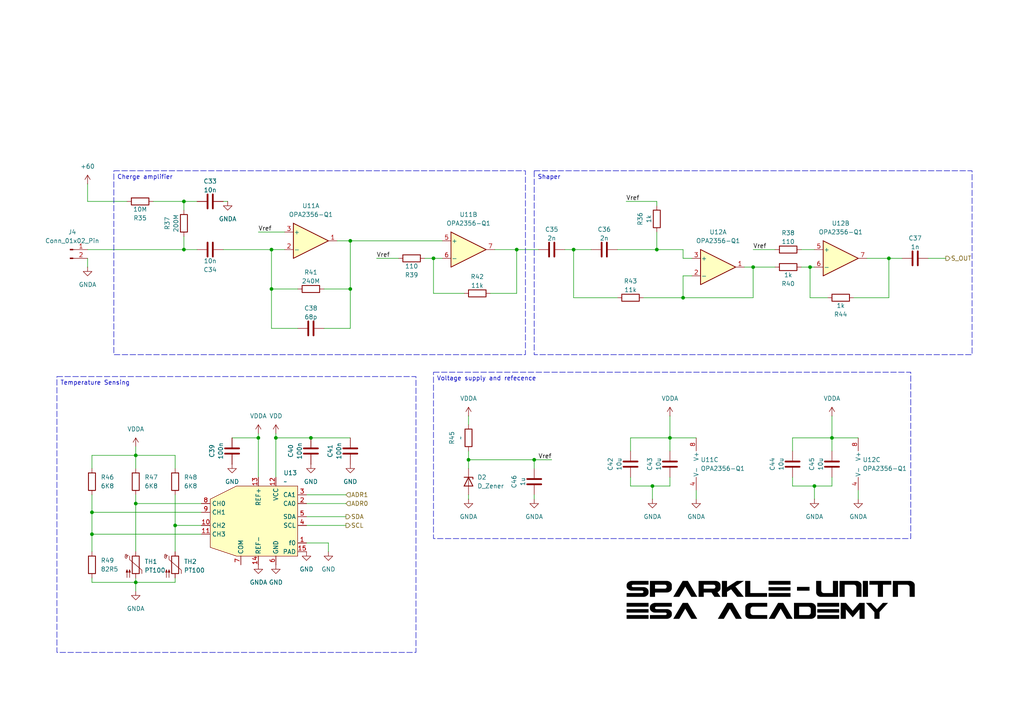
<source format=kicad_sch>
(kicad_sch (version 20231120) (generator "eeschema") (generator_version "8.0")
  (paper "A4")
  (title_block (title "Front-end Electronics for Silicon Detector") (date "2024-10-17") (rev "1.0"))
  (lib_symbols
    (symbol "Amplifier_Operational:OPA2356xxD" (pin_names (offset 0.127))
      (property "Reference" "U" (at 0 5.08 0))
      (property "Value" "OPA2356xxD" (at 0 -5.08 0))
      (symbol "OPA2356xxD_1_1"
        (polyline (pts (xy -5.08 5.08) (xy 5.08 0) (xy -5.08 -5.08) (xy -5.08 5.08)) (stroke (width 0.254)) (fill (type background)))
        (pin output line (at 7.62 0 180) (length 2.54) (name "~") (number "1"))
        (pin input line (at -7.62 -2.54 0) (length 2.54) (name "-") (number "2"))
        (pin input line (at -7.62 2.54 0) (length 2.54) (name "+") (number "3"))
      )
      (symbol "OPA2356xxD_2_1"
        (polyline (pts (xy -5.08 5.08) (xy 5.08 0) (xy -5.08 -5.08) (xy -5.08 5.08)) (stroke (width 0.254)) (fill (type background)))
        (pin input line (at -7.62 2.54 0) (length 2.54) (name "+") (number "5"))
        (pin input line (at -7.62 -2.54 0) (length 2.54) (name "-") (number "6"))
        (pin output line (at 7.62 0 180) (length 2.54) (name "~") (number "7"))
      )
      (symbol "OPA2356xxD_3_1"
        (pin power_in line (at -2.54 -7.62 90) (length 3.81) (name "V-") (number "4"))
        (pin power_in line (at -2.54 7.62 270) (length 3.81) (name "V+") (number "8"))
      )
    )
    (symbol "Connector:Conn_01x02_Pin" (pin_names (offset 1.016) hide)
      (property "Reference" "J" (at 0 2.54 0))
      (property "Value" "Conn_01x02_Pin" (at 0 -5.08 0))
      (symbol "Conn_01x02_Pin_1_1"
        (polyline (pts (xy 1.27 -2.54) (xy 0.8636 -2.54)) (stroke (width 0.1524)))
        (polyline (pts (xy 1.27 0) (xy 0.8636 0)) (stroke (width 0.1524)))
        (rectangle (start 0.8636 -2.413) (end 0 -2.667) (stroke (width 0.1524)) (fill (type outline)))
        (rectangle (start 0.8636 0.127) (end 0 -0.127) (stroke (width 0.1524)) (fill (type outline)))
        (pin passive line (at 5.08 0 180) (length 3.81) (name "Pin_1") (number "1"))
        (pin passive line (at 5.08 -2.54 180) (length 3.81) (name "Pin_2") (number "2"))
      )
    )
    (symbol "Device:C" (pin_numbers hide) (pin_names (offset 0.254))
      (property "Reference" "C" (at 0.635 2.54 0))
      (property "Value" "C" (at 0.635 -2.54 0))
      (symbol "C_0_1"
        (polyline (pts (xy -2.032 -0.762) (xy 2.032 -0.762)) (stroke (width 0.508)))
        (polyline (pts (xy -2.032 0.762) (xy 2.032 0.762)) (stroke (width 0.508)))
      )
      (symbol "C_1_1"
        (pin passive line (at 0 3.81 270) (length 2.794) (name "~") (number "1"))
        (pin passive line (at 0 -3.81 90) (length 2.794) (name "~") (number "2"))
      )
    )
    (symbol "Device:D_Zener" (pin_numbers hide) (pin_names (offset 1.016) hide)
      (property "Reference" "D" (at 0 2.54 0))
      (property "Value" "D_Zener" (at 0 -2.54 0))
      (symbol "D_Zener_0_1"
        (polyline (pts (xy 1.27 0) (xy -1.27 0)))
        (polyline (pts (xy -1.27 -1.27) (xy -1.27 1.27) (xy -0.762 1.27)) (stroke (width 0.254)))
        (polyline (pts (xy 1.27 -1.27) (xy 1.27 1.27) (xy -1.27 0) (xy 1.27 -1.27)) (stroke (width 0.254)))
      )
      (symbol "D_Zener_1_1"
        (pin passive line (at -3.81 0 0) (length 2.54) (name "K") (number "1"))
        (pin passive line (at 3.81 0 180) (length 2.54) (name "A") (number "2"))
      )
    )
    (symbol "Device:R" (pin_numbers hide) (pin_names (offset 0))
      (property "Reference" "R" (at 2.032 0 90))
      (property "Value" "R" (at 0 0 90))
      (symbol "R_0_1"
        (rectangle (start -1.016 -2.54) (end 1.016 2.54) (stroke (width 0.254)))
      )
      (symbol "R_1_1"
        (pin passive line (at 0 3.81 270) (length 1.27) (name "~") (number "1"))
        (pin passive line (at 0 -3.81 90) (length 1.27) (name "~") (number "2"))
      )
    )
    (symbol "SPaRKLE-Symbols:LTC2487"
      (property "Reference" "U" (at 0 0 0))
      (symbol "LTC2487_1_1"
        (polyline (pts (xy 0 -2.54) (xy 17.78 -2.54) (xy 17.78 -22.86) (xy 0 -22.86) (xy -7.62 -20.32) (xy -7.62 -12.7) (xy -7.62 -6.35) (xy 0 -2.54)) (fill (type background)))
        (pin power_out line (at 20.32 -19.05 180) (length 2.54) (name "f0") (number "1"))
        (pin input line (at -10.16 -13.97 0) (length 2.54) (name "CH2") (number "10"))
        (pin input line (at -10.16 -16.51 0) (length 2.54) (name "CH3") (number "11"))
        (pin input line (at 11.43 0 270) (length 2.54) (name "VCC") (number "12"))
        (pin input line (at 6.35 0 270) (length 2.54) (name "REF+") (number "13"))
        (pin input line (at 6.35 -25.4 90) (length 2.54) (name "REF-") (number "14"))
        (pin input line (at 20.32 -21.59 180) (length 2.54) (name "PAD") (number "15"))
        (pin input line (at 20.32 -7.62 180) (length 2.54) (name "CA0") (number "2"))
        (pin input line (at 20.32 -5.08 180) (length 2.54) (name "CA1") (number "3"))
        (pin input line (at 20.32 -13.97 180) (length 2.54) (name "SCL") (number "4"))
        (pin input line (at 20.32 -11.43 180) (length 2.54) (name "SDA") (number "5"))
        (pin input line (at 11.43 -25.4 90) (length 2.54) (name "GND") (number "6"))
        (pin input line (at 1.27 -25.4 90) (length 2.54) (name "COM") (number "7"))
        (pin input line (at -10.16 -7.62 0) (length 2.54) (name "CH0") (number "8"))
        (pin input line (at -10.16 -10.16 0) (length 2.54) (name "CH1") (number "9"))
      )
    )
    (symbol "Sensor_Temperature:PT100" (pin_numbers hide) (pin_names (offset 0))
      (property "Reference" "TH" (at -4.445 0 90))
      (property "Value" "PT100" (at 3.175 0 90))
      (symbol "PT100_0_1"
        (arc (start -3.048 2.159) (mid -3.0495 2.3143) (end -3.175 2.413))
        (arc (start -3.048 2.159) (mid -2.9736 1.9794) (end -2.794 1.905))
        (arc (start -3.048 2.794) (mid -2.9736 2.6144) (end -2.794 2.54))
        (arc (start -2.794 1.905) (mid -2.6144 1.9794) (end -2.54 2.159))
        (arc (start -2.794 2.54) (mid -2.4393 2.5587) (end -2.159 2.794))
        (arc (start -2.794 3.048) (mid -2.9736 2.9736) (end -3.048 2.794))
        (arc (start -2.54 2.794) (mid -2.6144 2.9736) (end -2.794 3.048))
        (rectangle (start -1.016 2.54) (end 1.016 -2.54) (stroke (width 0.254)))
        (polyline (pts (xy -2.54 2.159) (xy -2.54 2.794)))
        (polyline (pts (xy -1.778 2.54) (xy -1.778 1.524) (xy 1.778 -1.524) (xy 1.778 -2.54)))
        (polyline (pts (xy -2.54 -3.683) (xy -2.54 -1.397) (xy -2.794 -2.159) (xy -2.286 -2.159) (xy -2.54 -1.397) (xy -2.54 -1.651)) (fill (type outline)))
        (polyline (pts (xy -1.778 -3.683) (xy -1.778 -1.397) (xy -2.032 -2.159) (xy -1.524 -2.159) (xy -1.778 -1.397) (xy -1.778 -1.651)) (fill (type outline)))
      )
      (symbol "PT100_1_1"
        (pin passive line (at 0 3.81 270) (length 1.27) (name "~") (number "1"))
        (pin passive line (at 0 -3.81 90) (length 1.27) (name "~") (number "2"))
      )
    )
    (symbol "power:+36V" (power) (pin_numbers hide) (pin_names (offset 0) hide)
      (property "Value" "+36V" (at 0 3.556 0))
      (symbol "+36V_0_1"
        (polyline (pts (xy -0.762 1.27) (xy 0 2.54)))
        (polyline (pts (xy 0 0) (xy 0 2.54)))
        (polyline (pts (xy 0 2.54) (xy 0.762 1.27)))
      )
      (symbol "+36V_1_1"
        (pin power_in line (at 0 0 90) (length 0) (name "~") (number "1"))
      )
    )
    (symbol "power:GND" (power) (pin_numbers hide) (pin_names (offset 0) hide)
      (property "Value" "GND" (at 0 -3.81 0))
      (symbol "GND_0_1"
        (polyline (pts (xy 0 0) (xy 0 -1.27) (xy 1.27 -1.27) (xy 0 -2.54) (xy -1.27 -1.27) (xy 0 -1.27)))
      )
      (symbol "GND_1_1"
        (pin power_in line (at 0 0 270) (length 0) (name "~") (number "1"))
      )
    )
    (symbol "power:GNDA" (power) (pin_numbers hide) (pin_names (offset 0) hide)
      (property "Value" "GNDA" (at 0 -3.81 0))
      (symbol "GNDA_0_1"
        (polyline (pts (xy 0 0) (xy 0 -1.27) (xy 1.27 -1.27) (xy 0 -2.54) (xy -1.27 -1.27) (xy 0 -1.27)))
      )
      (symbol "GNDA_1_1"
        (pin power_in line (at 0 0 270) (length 0) (name "~") (number "1"))
      )
    )
    (symbol "power:VDD" (power) (pin_numbers hide) (pin_names (offset 0) hide)
      (property "Value" "VDD" (at 0 3.556 0))
      (symbol "VDD_0_1"
        (polyline (pts (xy -0.762 1.27) (xy 0 2.54)))
        (polyline (pts (xy 0 0) (xy 0 2.54)))
        (polyline (pts (xy 0 2.54) (xy 0.762 1.27)))
      )
      (symbol "VDD_1_1"
        (pin power_in line (at 0 0 90) (length 0) (name "~") (number "1"))
      )
    )
    (symbol "power:VDDA" (power) (pin_numbers hide) (pin_names (offset 0) hide)
      (property "Value" "VDDA" (at 0 3.556 0))
      (symbol "VDDA_0_1"
        (polyline (pts (xy -0.762 1.27) (xy 0 2.54)))
        (polyline (pts (xy 0 0) (xy 0 2.54)))
        (polyline (pts (xy 0 2.54) (xy 0.762 1.27)))
      )
      (symbol "VDDA_1_1"
        (pin power_in line (at 0 0 90) (length 0) (name "~") (number "1"))
      )
    )
  )
  (junction (at 78.74 83.82))
  (junction (at 149.86 72.39))
  (junction (at 101.6 69.85))
  (junction (at 198.12 86.36))
  (junction (at 257.81 74.93))
  (junction (at 26.67 154.94))
  (junction (at 80.01 127))
  (junction (at 234.95 77.47))
  (junction (at 241.3 127))
  (junction (at 190.5 72.39))
  (junction (at 53.34 58.42))
  (junction (at 101.6 83.82))
  (junction (at 78.74 72.39))
  (junction (at 166.37 72.39))
  (junction (at 39.37 146.05))
  (junction (at 90.17 127))
  (junction (at 53.34 72.39))
  (junction (at 236.22 140.97))
  (junction (at 74.93 127))
  (junction (at 135.89 133.35))
  (junction (at 39.37 168.91))
  (junction (at 39.37 132.08))
  (junction (at 50.8 152.4))
  (junction (at 194.31 127))
  (junction (at 189.23 140.97))
  (junction (at 154.94 133.35))
  (junction (at 26.67 148.59))
  (junction (at 125.73 74.93))
  (junction (at 218.44 77.47))
  (wire (pts (xy 241.3 120.65) (xy 241.3 127)))
  (wire (pts (xy 236.22 144.78) (xy 236.22 140.97)))
  (wire (pts (xy 166.37 86.36) (xy 166.37 72.39)))
  (wire (pts (xy 134.62 85.09) (xy 125.73 85.09)))
  (wire (pts (xy 39.37 132.08) (xy 50.8 132.08)))
  (wire (pts (xy 39.37 146.05) (xy 39.37 160.02)))
  (wire (pts (xy 53.34 58.42) (xy 57.15 58.42)))
  (wire (pts (xy 88.9 143.51) (xy 100.33 143.51)))
  (wire (pts (xy 257.81 74.93) (xy 261.62 74.93)))
  (wire (pts (xy 189.23 144.78) (xy 189.23 140.97)))
  (wire (pts (xy 182.88 140.97) (xy 189.23 140.97)))
  (wire (pts (xy 269.24 74.93) (xy 274.32 74.93)))
  (wire (pts (xy 163.83 72.39) (xy 166.37 72.39)))
  (wire (pts (xy 194.31 140.97) (xy 194.31 138.43)))
  (wire (pts (xy 26.67 154.94) (xy 58.42 154.94)))
  (wire (pts (xy 50.8 152.4) (xy 50.8 160.02)))
  (wire (pts (xy 154.94 133.35) (xy 160.02 133.35)))
  (wire (pts (xy 80.01 127) (xy 80.01 138.43)))
  (wire (pts (xy 194.31 130.81) (xy 194.31 127)))
  (wire (pts (xy 166.37 72.39) (xy 171.45 72.39)))
  (wire (pts (xy 190.5 67.31) (xy 190.5 72.39)))
  (wire (pts (xy 247.65 86.36) (xy 257.81 86.36)))
  (wire (pts (xy 234.95 86.36) (xy 234.95 77.47)))
  (wire (pts (xy 125.73 74.93) (xy 128.27 74.93)))
  (wire (pts (xy 241.3 140.97) (xy 241.3 138.43)))
  (wire (pts (xy 88.9 152.4) (xy 100.33 152.4)))
  (wire (pts (xy 26.67 168.91) (xy 39.37 168.91)))
  (wire (pts (xy 26.67 143.51) (xy 26.67 148.59)))
  (wire (pts (xy 149.86 72.39) (xy 156.21 72.39)))
  (wire (pts (xy 90.17 127) (xy 80.01 127)))
  (wire (pts (xy 135.89 133.35) (xy 135.89 135.89)))
  (wire (pts (xy 26.67 148.59) (xy 58.42 148.59)))
  (wire (pts (xy 101.6 69.85) (xy 128.27 69.85)))
  (wire (pts (xy 25.4 53.34) (xy 25.4 58.42)))
  (wire (pts (xy 50.8 152.4) (xy 58.42 152.4)))
  (wire (pts (xy 66.04 58.42) (xy 64.77 58.42)))
  (wire (pts (xy 26.67 148.59) (xy 26.67 154.94)))
  (wire (pts (xy 198.12 74.93) (xy 200.66 74.93)))
  (wire (pts (xy 218.44 72.39) (xy 224.79 72.39)))
  (wire (pts (xy 123.19 74.93) (xy 125.73 74.93)))
  (wire (pts (xy 135.89 120.65) (xy 135.89 123.19)))
  (wire (pts (xy 194.31 120.65) (xy 194.31 127)))
  (wire (pts (xy 101.6 83.82) (xy 101.6 95.25)))
  (wire (pts (xy 39.37 132.08) (xy 39.37 135.89)))
  (wire (pts (xy 78.74 72.39) (xy 82.55 72.39)))
  (wire (pts (xy 236.22 140.97) (xy 241.3 140.97)))
  (wire (pts (xy 149.86 85.09) (xy 142.24 85.09)))
  (wire (pts (xy 232.41 77.47) (xy 234.95 77.47)))
  (wire (pts (xy 229.87 138.43) (xy 229.87 140.97)))
  (wire (pts (xy 25.4 58.42) (xy 36.83 58.42)))
  (wire (pts (xy 190.5 59.69) (xy 190.5 58.42)))
  (wire (pts (xy 125.73 85.09) (xy 125.73 74.93)))
  (wire (pts (xy 181.61 58.42) (xy 190.5 58.42)))
  (wire (pts (xy 50.8 167.64) (xy 50.8 168.91)))
  (wire (pts (xy 182.88 127) (xy 194.31 127)))
  (wire (pts (xy 257.81 86.36) (xy 257.81 74.93)))
  (wire (pts (xy 179.07 86.36) (xy 166.37 86.36)))
  (wire (pts (xy 67.31 127) (xy 74.93 127)))
  (wire (pts (xy 64.77 72.39) (xy 78.74 72.39)))
  (wire (pts (xy 26.67 132.08) (xy 26.67 135.89)))
  (wire (pts (xy 154.94 133.35) (xy 154.94 135.89)))
  (wire (pts (xy 194.31 127) (xy 201.93 127)))
  (wire (pts (xy 154.94 144.78) (xy 154.94 143.51)))
  (wire (pts (xy 198.12 80.01) (xy 198.12 86.36)))
  (wire (pts (xy 53.34 72.39) (xy 57.15 72.39)))
  (wire (pts (xy 240.03 86.36) (xy 234.95 86.36)))
  (wire (pts (xy 218.44 77.47) (xy 224.79 77.47)))
  (wire (pts (xy 88.9 146.05) (xy 100.33 146.05)))
  (wire (pts (xy 80.01 125.73) (xy 80.01 127)))
  (wire (pts (xy 88.9 157.48) (xy 95.25 157.48)))
  (wire (pts (xy 198.12 74.93) (xy 198.12 72.39)))
  (wire (pts (xy 182.88 138.43) (xy 182.88 140.97)))
  (wire (pts (xy 78.74 83.82) (xy 86.36 83.82)))
  (wire (pts (xy 39.37 168.91) (xy 50.8 168.91)))
  (wire (pts (xy 39.37 167.64) (xy 39.37 168.91)))
  (wire (pts (xy 182.88 130.81) (xy 182.88 127)))
  (wire (pts (xy 135.89 130.81) (xy 135.89 133.35)))
  (wire (pts (xy 26.67 132.08) (xy 39.37 132.08)))
  (wire (pts (xy 248.92 144.78) (xy 248.92 142.24)))
  (wire (pts (xy 109.22 74.93) (xy 115.57 74.93)))
  (wire (pts (xy 149.86 72.39) (xy 149.86 85.09)))
  (wire (pts (xy 229.87 130.81) (xy 229.87 127)))
  (wire (pts (xy 229.87 140.97) (xy 236.22 140.97)))
  (wire (pts (xy 74.93 127) (xy 74.93 138.43)))
  (wire (pts (xy 78.74 72.39) (xy 78.74 83.82)))
  (wire (pts (xy 97.79 69.85) (xy 101.6 69.85)))
  (wire (pts (xy 143.51 72.39) (xy 149.86 72.39)))
  (wire (pts (xy 135.89 133.35) (xy 154.94 133.35)))
  (wire (pts (xy 232.41 72.39) (xy 236.22 72.39)))
  (wire (pts (xy 95.25 160.02) (xy 95.25 157.48)))
  (wire (pts (xy 39.37 146.05) (xy 58.42 146.05)))
  (wire (pts (xy 189.23 140.97) (xy 194.31 140.97)))
  (wire (pts (xy 88.9 149.86) (xy 100.33 149.86)))
  (wire (pts (xy 74.93 67.31) (xy 82.55 67.31)))
  (wire (pts (xy 39.37 129.54) (xy 39.37 132.08)))
  (wire (pts (xy 25.4 72.39) (xy 53.34 72.39)))
  (wire (pts (xy 93.98 95.25) (xy 101.6 95.25)))
  (wire (pts (xy 101.6 83.82) (xy 101.6 69.85)))
  (wire (pts (xy 135.89 143.51) (xy 135.89 144.78)))
  (wire (pts (xy 26.67 154.94) (xy 26.67 160.02)))
  (wire (pts (xy 74.93 125.73) (xy 74.93 127)))
  (wire (pts (xy 101.6 127) (xy 90.17 127)))
  (wire (pts (xy 78.74 95.25) (xy 86.36 95.25)))
  (wire (pts (xy 198.12 80.01) (xy 200.66 80.01)))
  (wire (pts (xy 93.98 83.82) (xy 101.6 83.82)))
  (wire (pts (xy 50.8 132.08) (xy 50.8 135.89)))
  (wire (pts (xy 201.93 144.78) (xy 201.93 142.24)))
  (wire (pts (xy 215.9 77.47) (xy 218.44 77.47)))
  (wire (pts (xy 26.67 167.64) (xy 26.67 168.91)))
  (wire (pts (xy 53.34 58.42) (xy 53.34 60.96)))
  (wire (pts (xy 179.07 72.39) (xy 190.5 72.39)))
  (wire (pts (xy 44.45 58.42) (xy 53.34 58.42)))
  (wire (pts (xy 78.74 83.82) (xy 78.74 95.25)))
  (wire (pts (xy 186.69 86.36) (xy 198.12 86.36)))
  (wire (pts (xy 53.34 68.58) (xy 53.34 72.39)))
  (wire (pts (xy 39.37 143.51) (xy 39.37 146.05)))
  (wire (pts (xy 241.3 127) (xy 248.92 127)))
  (wire (pts (xy 229.87 127) (xy 241.3 127)))
  (wire (pts (xy 218.44 86.36) (xy 218.44 77.47)))
  (wire (pts (xy 241.3 130.81) (xy 241.3 127)))
  (wire (pts (xy 50.8 143.51) (xy 50.8 152.4)))
  (wire (pts (xy 257.81 74.93) (xy 251.46 74.93)))
  (wire (pts (xy 25.4 74.93) (xy 25.4 77.47)))
  (wire (pts (xy 198.12 86.36) (xy 218.44 86.36)))
  (wire (pts (xy 234.95 77.47) (xy 236.22 77.47)))
  (wire (pts (xy 198.12 72.39) (xy 190.5 72.39)))
  (wire (pts (xy 39.37 168.91) (xy 39.37 171.45)))
  (image (at 223.52 173.99) (scale 0.489235))
  (text_box "Voltage supply and refecence" (at 125.73 107.95 0) (size 138.43 48.26) (stroke (width 0) (type dash)) (effects (font (size 1.27 1.27)) (justify left top)))
  (text_box "Cherge amplifier" (at 33.02 49.53 0) (size 119.38 53.34) (stroke (width 0) (type dash)) (effects (font (size 1.27 1.27)) (justify left top)))
  (text_box "Shaper" (at 154.94 49.53 0) (size 127 53.34) (stroke (width 0) (type dash)) (effects (font (size 1.27 1.27)) (justify left top)))
  (text_box "Temperature Sensing" (at 16.51 109.22 0) (size 104.14 80.01) (stroke (width 0) (type dash)) (effects (font (size 1.27 1.27)) (justify left top)))
  (label "Vref" (at 181.61 58.42 0))
  (label "Vref" (at 74.93 67.31 0))
  (label "Vref" (at 109.22 74.93 0))
  (label "Vref" (at 218.44 72.39 0))
  (label "Vref" (at 160.02 133.35 180))
  (hierarchical_label "ADR0" (shape input) (at 100.33 146.05 0))
  (hierarchical_label "SDA" (shape output) (at 100.33 149.86 0))
  (hierarchical_label "S_OUT" (shape output) (at 274.32 74.93 0))
  (hierarchical_label "ADR1" (shape input) (at 100.33 143.51 0))
  (hierarchical_label "SCL" (shape output) (at 100.33 152.4 0))
  (symbol (lib_id "power:GNDA") (at 66.04 58.42 0) (unit 1)
    (property "Reference" "#PWR091" (effects (hide yes)))
    (property "Value" "GNDA" (at 66.04 63.5 0))
    (property "Description" "Power symbol creates a global label with name \"GNDA\" , analog ground" (effects (hide yes)))
    (instances (project "ELS-overall_schematic" (path "" (reference "#PWR091") (unit 1)) (path "" (reference "#PWR0149") (unit 1))))
  )
  (symbol (lib_id "Device:C") (at 175.26 72.39 90) (unit 1)
    (property "Reference" "C36" (at 175.26 66.548 90))
    (property "Value" "2n" (at 175.26 69.088 90))
    (property "Footprint" "Capacitor_SMD:C_0603_1608Metric_Pad1.08x0.95mm_HandSolder" (effects (hide yes)))
    (property "Description" "Unpolarized capacitor" (effects (hide yes)))
    (instances (project "ELS-overall_schematic" (path "" (reference "C36") (unit 1)) (path "" (reference "C67") (unit 1))))
  )
  (symbol (lib_id "power:GNDA") (at 201.93 144.78 0) (unit 1)
    (property "Reference" "#PWR0105" (effects (hide yes)))
    (property "Value" "GNDA" (at 201.93 149.86 0))
    (property "Description" "Power symbol creates a global label with name \"GNDA\" , analog ground" (effects (hide yes)))
    (instances (project "ELS-overall_schematic" (path "" (reference "#PWR0105") (unit 1)) (path "" (reference "#PWR0163") (unit 1))))
  )
  (symbol (lib_id "power:GNDA") (at 154.94 144.78 0) (unit 1)
    (property "Reference" "#PWR0103" (effects (hide yes)))
    (property "Value" "GNDA" (at 154.94 149.86 0))
    (property "Description" "Power symbol creates a global label with name \"GNDA\" , analog ground" (effects (hide yes)))
    (instances (project "ELS-overall_schematic" (path "" (reference "#PWR0103") (unit 1)) (path "" (reference "#PWR0161") (unit 1))))
  )
  (symbol (lib_id "Sensor_Temperature:PT100") (at 39.37 163.83 0) (unit 1)
    (property "Reference" "TH1" (at 41.91 162.8774 0) (effects (justify left)))
    (property "Value" "PT100" (at 41.91 165.4174 0) (effects (justify left)))
    (property "Datasheet" "https://www.heraeus.com/media/media/group/doc_group/products_1/hst/sot_to/de_15/to_92_d.pdf" (effects (hide yes)))
    (property "Description" "PT100 platinum temperature sensor (RTD)" (effects (hide yes)))
    (instances (project "ELS-overall_schematic" (path "" (reference "TH1") (unit 1)) (path "" (reference "TH3") (unit 1))))
  )
  (symbol (lib_id "power:+36V") (at 25.4 53.34 0) (unit 1)
    (property "Reference" "#PWR090" (effects (hide yes)))
    (property "Value" "+60" (at 25.4 48.26 0))
    (property "Description" "Power symbol creates a global label with name \"+36V\"" (effects (hide yes)))
    (instances (project "ELS-overall_schematic" (path "" (reference "#PWR090") (unit 1)) (path "" (reference "#PWR0148") (unit 1))))
  )
  (symbol (lib_id "power:GNDA") (at 39.37 171.45 0) (unit 1)
    (property "Reference" "#PWR0112" (effects (hide yes)))
    (property "Value" "GNDA" (at 39.37 176.53 0))
    (property "Description" "Power symbol creates a global label with name \"GNDA\" , analog ground" (effects (hide yes)))
    (instances (project "ELS-overall_schematic" (path "" (reference "#PWR0112") (unit 1)) (path "" (reference "#PWR0170") (unit 1))))
  )
  (symbol (lib_id "Device:C") (at 229.87 134.62 180) (unit 1)
    (property "Reference" "C44" (at 224.028 134.62 90))
    (property "Value" "10u" (at 226.568 134.62 90))
    (property "Footprint" "Capacitor_SMD:C_0603_1608Metric_Pad1.08x0.95mm_HandSolder" (effects (hide yes)))
    (property "Description" "Unpolarized capacitor" (effects (hide yes)))
    (instances (project "ELS-overall_schematic" (path "" (reference "C44") (unit 1)) (path "" (reference "C75") (unit 1))))
  )
  (symbol (lib_id "Device:R") (at 119.38 74.93 270) (unit 1)
    (property "Reference" "R39" (at 119.38 79.756 90))
    (property "Value" "110" (at 119.38 77.216 90))
    (property "Footprint" "Resistor_SMD:R_0603_1608Metric_Pad0.98x0.95mm_HandSolder" (effects (hide yes)))
    (property "Description" "Resistor" (effects (hide yes)))
    (instances (project "ELS-overall_schematic" (path "" (reference "R39") (unit 1)) (path "" (reference "R65") (unit 1))))
  )
  (symbol (lib_id "Amplifier_Operational:OPA2356xxD") (at 251.46 134.62 0) (unit 3)
    (property "Reference" "U12" (at 250.19 133.3499 0) (effects (justify left)))
    (property "Value" "OPA2356-Q1" (at 250.19 135.8899 0) (effects (justify left)))
    (property "Footprint" "Package_CSP:LFCSP-8_2x2mm_P0.5mm" (effects (hide yes)))
    (property "Datasheet" "http://www.ti.com/lit/ds/symlink/opa2356.pdf" (effects (hide yes)))
    (property "Description" "Dual High Speed CMOS Operational Amplifiers, SOIC-8" (effects (hide yes)))
    (instances (project "ELS-overall_schematic" (path "" (reference "U12") (unit 3)) (path "" (reference "U18") (unit 3))))
  )
  (symbol (lib_id "Device:C") (at 101.6 130.81 180) (unit 1)
    (property "Reference" "C41" (at 95.758 130.81 90))
    (property "Value" "100n" (at 98.298 130.81 90))
    (property "Footprint" "Capacitor_SMD:C_0603_1608Metric_Pad1.08x0.95mm_HandSolder" (effects (hide yes)))
    (property "Description" "Unpolarized capacitor" (effects (hide yes)))
    (instances (project "ELS-overall_schematic" (path "" (reference "C41") (unit 1)) (path "" (reference "C72") (unit 1))))
  )
  (symbol (lib_id "power:VDD") (at 39.37 129.54 0) (unit 1)
    (property "Reference" "#PWR098" (effects (hide yes)))
    (property "Value" "VDDA" (at 39.37 124.46 0))
    (property "Description" "Power symbol creates a global label with name \"VDD\"" (effects (hide yes)))
    (instances (project "ELS-overall_schematic" (path "" (reference "#PWR098") (unit 1)) (path "" (reference "#PWR0156") (unit 1))))
  )
  (symbol (lib_id "Device:C") (at 265.43 74.93 90) (unit 1)
    (property "Reference" "C37" (at 265.43 69.088 90))
    (property "Value" "1n" (at 265.43 71.628 90))
    (property "Footprint" "Capacitor_SMD:C_0603_1608Metric_Pad1.08x0.95mm_HandSolder" (effects (hide yes)))
    (property "Description" "Unpolarized capacitor" (effects (hide yes)))
    (instances (project "ELS-overall_schematic" (path "" (reference "C37") (unit 1)) (path "" (reference "C68") (unit 1))))
  )
  (symbol (lib_id "Device:C") (at 67.31 130.81 180) (unit 1)
    (property "Reference" "C39" (at 61.468 130.81 90))
    (property "Value" "100n" (at 64.008 130.81 90))
    (property "Footprint" "Capacitor_SMD:C_0603_1608Metric_Pad1.08x0.95mm_HandSolder" (effects (hide yes)))
    (property "Description" "Unpolarized capacitor" (effects (hide yes)))
    (instances (project "ELS-overall_schematic" (path "" (reference "C39") (unit 1)) (path "" (reference "C70") (unit 1))))
  )
  (symbol (lib_id "Device:R") (at 135.89 127 180) (unit 1)
    (property "Reference" "R45" (at 131.064 127 90))
    (property "Value" "~" (at 133.604 127 90))
    (property "Footprint" "Resistor_SMD:R_0603_1608Metric_Pad0.98x0.95mm_HandSolder" (effects (hide yes)))
    (property "Description" "Resistor" (effects (hide yes)))
    (instances (project "ELS-overall_schematic" (path "" (reference "R45") (unit 1)) (path "" (reference "R71") (unit 1))))
  )
  (symbol (lib_id "power:GNDA") (at 25.4 77.47 0) (unit 1)
    (property "Reference" "#PWR092" (effects (hide yes)))
    (property "Value" "GNDA" (at 25.4 82.55 0))
    (property "Description" "Power symbol creates a global label with name \"GNDA\" , analog ground" (effects (hide yes)))
    (instances (project "ELS-overall_schematic" (path "" (reference "#PWR092") (unit 1)) (path "" (reference "#PWR0150") (unit 1))))
  )
  (symbol (lib_id "power:GND") (at 101.6 134.62 0) (unit 1)
    (property "Reference" "#PWR0101" (effects (hide yes)))
    (property "Value" "GND" (at 101.6 139.7 0))
    (property "Description" "Power symbol creates a global label with name \"GND\" , ground" (effects (hide yes)))
    (instances (project "ELS-overall_schematic" (path "" (reference "#PWR0101") (unit 1)) (path "" (reference "#PWR0159") (unit 1))))
  )
  (symbol (lib_id "Device:C") (at 194.31 134.62 180) (unit 1)
    (property "Reference" "C43" (at 188.468 134.62 90))
    (property "Value" "10u" (at 191.008 134.62 90))
    (property "Footprint" "Capacitor_SMD:C_0603_1608Metric_Pad1.08x0.95mm_HandSolder" (effects (hide yes)))
    (property "Description" "Unpolarized capacitor" (effects (hide yes)))
    (instances (project "ELS-overall_schematic" (path "" (reference "C43") (unit 1)) (path "" (reference "C74") (unit 1))))
  )
  (symbol (lib_id "Device:R") (at 190.5 63.5 180) (unit 1)
    (property "Reference" "R36" (at 185.674 63.5 90))
    (property "Value" "1k" (at 188.214 63.5 90))
    (property "Footprint" "Resistor_SMD:R_0603_1608Metric_Pad0.98x0.95mm_HandSolder" (effects (hide yes)))
    (property "Description" "Resistor" (effects (hide yes)))
    (instances (project "ELS-overall_schematic" (path "" (reference "R36") (unit 1)) (path "" (reference "R62") (unit 1))))
  )
  (symbol (lib_id "power:GND") (at 74.93 163.83 0) (unit 1)
    (property "Reference" "#PWR0110" (effects (hide yes)))
    (property "Value" "GNDA" (at 72.39 168.91 0) (effects (justify left)))
    (property "Description" "Power symbol creates a global label with name \"GND\" , ground" (effects (hide yes)))
    (instances (project "ELS-overall_schematic" (path "" (reference "#PWR0110") (unit 1)) (path "" (reference "#PWR0168") (unit 1))))
  )
  (symbol (lib_id "power:VDD") (at 80.01 125.73 0) (unit 1)
    (property "Reference" "#PWR097" (effects (hide yes)))
    (property "Value" "VDD" (at 80.01 120.65 0))
    (property "Description" "Power symbol creates a global label with name \"VDD\"" (effects (hide yes)))
    (instances (project "ELS-overall_schematic" (path "" (reference "#PWR097") (unit 1)) (path "" (reference "#PWR0155") (unit 1))))
  )
  (symbol (lib_id "Device:R") (at 138.43 85.09 90) (unit 1)
    (property "Reference" "R42" (at 138.43 80.264 90))
    (property "Value" "11k" (at 138.43 82.804 90))
    (property "Footprint" "Resistor_SMD:R_0603_1608Metric_Pad0.98x0.95mm_HandSolder" (effects (hide yes)))
    (property "Description" "Resistor" (effects (hide yes)))
    (instances (project "ELS-overall_schematic" (path "" (reference "R42") (unit 1)) (path "" (reference "R68") (unit 1))))
  )
  (symbol (lib_id "power:VDDA") (at 241.3 120.65 0) (unit 1)
    (property "Reference" "#PWR095" (effects (hide yes)))
    (property "Value" "VDDA" (at 241.3 115.57 0))
    (property "Description" "Power symbol creates a global label with name \"VDDA\"" (effects (hide yes)))
    (instances (project "ELS-overall_schematic" (path "" (reference "#PWR095") (unit 1)) (path "" (reference "#PWR0153") (unit 1))))
  )
  (symbol (lib_id "Device:R") (at 26.67 139.7 180) (unit 1)
    (property "Reference" "R46" (at 29.21 138.4299 0) (effects (justify right)))
    (property "Value" "6K8" (at 29.21 140.9699 0) (effects (justify right)))
    (property "Footprint" "Resistor_SMD:R_0603_1608Metric_Pad0.98x0.95mm_HandSolder" (effects (hide yes)))
    (property "Description" "Resistor" (effects (hide yes)))
    (instances (project "ELS-overall_schematic" (path "" (reference "R46") (unit 1)) (path "" (reference "R72") (unit 1))))
  )
  (symbol (lib_id "Connector:Conn_01x02_Pin") (at 20.32 72.39 0) (unit 1)
    (property "Reference" "J4" (at 20.955 67.31 0))
    (property "Value" "Conn_01x02_Pin" (at 20.955 69.85 0))
    (property "Description" "Generic connector, single row, 01x02, script generated" (effects (hide yes)))
    (instances (project "ELS-overall_schematic" (path "" (reference "J4") (unit 1)) (path "" (reference "J5") (unit 1))))
  )
  (symbol (lib_id "power:GND") (at 88.9 160.02 0) (unit 1)
    (property "Reference" "#PWR0108" (effects (hide yes)))
    (property "Value" "GND" (at 88.9 165.1 0))
    (property "Description" "Power symbol creates a global label with name \"GND\" , ground" (effects (hide yes)))
    (instances (project "ELS-overall_schematic" (path "" (reference "#PWR0108") (unit 1)) (path "" (reference "#PWR0166") (unit 1))))
  )
  (symbol (lib_id "Amplifier_Operational:OPA2356xxD") (at 243.84 74.93 0) (unit 2)
    (property "Reference" "U12" (at 243.84 64.77 0))
    (property "Value" "OPA2356-Q1" (at 243.84 67.31 0))
    (property "Footprint" "Package_CSP:LFCSP-8_2x2mm_P0.5mm" (effects (hide yes)))
    (property "Datasheet" "http://www.ti.com/lit/ds/symlink/opa2356.pdf" (effects (hide yes)))
    (property "Description" "Dual High Speed CMOS Operational Amplifiers, SOIC-8" (effects (hide yes)))
    (instances (project "ELS-overall_schematic" (path "" (reference "U12") (unit 2)) (path "" (reference "U18") (unit 2))))
  )
  (symbol (lib_id "power:GND") (at 67.31 134.62 0) (unit 1)
    (property "Reference" "#PWR099" (effects (hide yes)))
    (property "Value" "GND" (at 67.31 139.7 0))
    (property "Description" "Power symbol creates a global label with name \"GND\" , ground" (effects (hide yes)))
    (instances (project "ELS-overall_schematic" (path "" (reference "#PWR099") (unit 1)) (path "" (reference "#PWR0157") (unit 1))))
  )
  (symbol (lib_id "Device:C") (at 90.17 95.25 90) (unit 1)
    (property "Reference" "C38" (at 90.17 89.408 90))
    (property "Value" "68p" (at 90.17 91.948 90))
    (property "Footprint" "Capacitor_SMD:C_0603_1608Metric_Pad1.08x0.95mm_HandSolder" (effects (hide yes)))
    (property "Description" "Unpolarized capacitor" (effects (hide yes)))
    (instances (project "ELS-overall_schematic" (path "" (reference "C38") (unit 1)) (path "" (reference "C69") (unit 1))))
  )
  (symbol (lib_id "power:GNDA") (at 236.22 144.78 0) (unit 1)
    (property "Reference" "#PWR0106" (effects (hide yes)))
    (property "Value" "GNDA" (at 236.22 149.86 0))
    (property "Description" "Power symbol creates a global label with name \"GNDA\" , analog ground" (effects (hide yes)))
    (instances (project "ELS-overall_schematic" (path "" (reference "#PWR0106") (unit 1)) (path "" (reference "#PWR0164") (unit 1))))
  )
  (symbol (lib_id "Sensor_Temperature:PT100") (at 50.8 163.83 0) (unit 1)
    (property "Reference" "TH2" (at 53.34 162.8774 0) (effects (justify left)))
    (property "Value" "PT100" (at 53.34 165.4174 0) (effects (justify left)))
    (property "Datasheet" "https://www.heraeus.com/media/media/group/doc_group/products_1/hst/sot_to/de_15/to_92_d.pdf" (effects (hide yes)))
    (property "Description" "PT100 platinum temperature sensor (RTD)" (effects (hide yes)))
    (instances (project "ELS-overall_schematic" (path "" (reference "TH2") (unit 1)) (path "" (reference "TH4") (unit 1))))
  )
  (symbol (lib_id "Device:C") (at 60.96 58.42 90) (unit 1)
    (property "Reference" "C33" (at 60.96 52.578 90))
    (property "Value" "10n" (at 60.96 55.118 90))
    (property "Footprint" "Capacitor_SMD:C_0603_1608Metric_Pad1.08x0.95mm_HandSolder" (effects (hide yes)))
    (property "Description" "Unpolarized capacitor" (effects (hide yes)))
    (instances (project "ELS-overall_schematic" (path "" (reference "C33") (unit 1)) (path "" (reference "C64") (unit 1))))
  )
  (symbol (lib_id "SPaRKLE-Symbols:LTC2487") (at 68.58 138.43 0) (unit 1)
    (property "Reference" "U13" (at 82.2041 137.16 0) (effects (justify left)))
    (property "Value" "~" (at 82.2041 139.7 0) (effects (justify left)))
    (instances (project "ELS-overall_schematic" (path "" (reference "U13") (unit 1)) (path "" (reference "U19") (unit 1))))
  )
  (symbol (lib_id "Amplifier_Operational:OPA2356xxD") (at 204.47 134.62 0) (unit 3)
    (property "Reference" "U11" (at 203.2 133.3499 0) (effects (justify left)))
    (property "Value" "OPA2356-Q1" (at 203.2 135.8899 0) (effects (justify left)))
    (property "Footprint" "Package_CSP:LFCSP-8_2x2mm_P0.5mm" (effects (hide yes)))
    (property "Datasheet" "http://www.ti.com/lit/ds/symlink/opa2356.pdf" (effects (hide yes)))
    (property "Description" "Dual High Speed CMOS Operational Amplifiers, SOIC-8" (effects (hide yes)))
    (instances (project "ELS-overall_schematic" (path "" (reference "U11") (unit 3)) (path "" (reference "U17") (unit 3))))
  )
  (symbol (lib_id "power:GNDA") (at 135.89 144.78 0) (unit 1)
    (property "Reference" "#PWR0102" (effects (hide yes)))
    (property "Value" "GNDA" (at 135.89 149.86 0))
    (property "Description" "Power symbol creates a global label with name \"GNDA\" , analog ground" (effects (hide yes)))
    (instances (project "ELS-overall_schematic" (path "" (reference "#PWR0102") (unit 1)) (path "" (reference "#PWR0160") (unit 1))))
  )
  (symbol (lib_id "power:VDDA") (at 135.89 120.65 0) (unit 1)
    (property "Reference" "#PWR093" (effects (hide yes)))
    (property "Value" "VDDA" (at 135.89 115.57 0))
    (property "Description" "Power symbol creates a global label with name \"VDDA\"" (effects (hide yes)))
    (instances (project "ELS-overall_schematic" (path "" (reference "#PWR093") (unit 1)) (path "" (reference "#PWR0151") (unit 1))))
  )
  (symbol (lib_id "power:VDDA") (at 194.31 120.65 0) (unit 1)
    (property "Reference" "#PWR094" (effects (hide yes)))
    (property "Value" "VDDA" (at 194.31 115.57 0))
    (property "Description" "Power symbol creates a global label with name \"VDDA\"" (effects (hide yes)))
    (instances (project "ELS-overall_schematic" (path "" (reference "#PWR094") (unit 1)) (path "" (reference "#PWR0152") (unit 1))))
  )
  (symbol (lib_id "Device:R") (at 90.17 83.82 90) (unit 1)
    (property "Reference" "R41" (at 90.17 78.994 90))
    (property "Value" "240M" (at 90.17 81.534 90))
    (property "Footprint" "Resistor_SMD:R_0603_1608Metric_Pad0.98x0.95mm_HandSolder" (effects (hide yes)))
    (property "Description" "Resistor" (effects (hide yes)))
    (instances (project "ELS-overall_schematic" (path "" (reference "R41") (unit 1)) (path "" (reference "R67") (unit 1))))
  )
  (symbol (lib_id "power:GNDA") (at 189.23 144.78 0) (unit 1)
    (property "Reference" "#PWR0104" (effects (hide yes)))
    (property "Value" "GNDA" (at 189.23 149.86 0))
    (property "Description" "Power symbol creates a global label with name \"GNDA\" , analog ground" (effects (hide yes)))
    (instances (project "ELS-overall_schematic" (path "" (reference "#PWR0104") (unit 1)) (path "" (reference "#PWR0162") (unit 1))))
  )
  (symbol (lib_id "Device:C") (at 60.96 72.39 270) (unit 1)
    (property "Reference" "C34" (at 60.96 78.232 90))
    (property "Value" "10n" (at 60.96 75.692 90))
    (property "Footprint" "Capacitor_SMD:C_0603_1608Metric_Pad1.08x0.95mm_HandSolder" (effects (hide yes)))
    (property "Description" "Unpolarized capacitor" (effects (hide yes)))
    (instances (project "ELS-overall_schematic" (path "" (reference "C34") (unit 1)) (path "" (reference "C65") (unit 1))))
  )
  (symbol (lib_id "Amplifier_Operational:OPA2356xxD") (at 208.28 77.47 0) (unit 1)
    (property "Reference" "U12" (at 208.28 67.31 0))
    (property "Value" "OPA2356-Q1" (at 208.28 69.85 0))
    (property "Footprint" "Package_CSP:LFCSP-8_2x2mm_P0.5mm" (effects (hide yes)))
    (property "Datasheet" "http://www.ti.com/lit/ds/symlink/opa2356.pdf" (effects (hide yes)))
    (property "Description" "Dual High Speed CMOS Operational Amplifiers, SOIC-8" (effects (hide yes)))
    (instances (project "ELS-overall_schematic" (path "" (reference "U12") (unit 1)) (path "" (reference "U18") (unit 1))))
  )
  (symbol (lib_id "Device:R") (at 26.67 163.83 180) (unit 1)
    (property "Reference" "R49" (at 29.21 162.5599 0) (effects (justify right)))
    (property "Value" "82R5" (at 29.21 165.0999 0) (effects (justify right)))
    (property "Footprint" "Resistor_SMD:R_0603_1608Metric_Pad0.98x0.95mm_HandSolder" (effects (hide yes)))
    (property "Description" "Resistor" (effects (hide yes)))
    (instances (project "ELS-overall_schematic" (path "" (reference "R49") (unit 1)) (path "" (reference "R75") (unit 1))))
  )
  (symbol (lib_id "Amplifier_Operational:OPA2356xxD") (at 135.89 72.39 0) (unit 2)
    (property "Reference" "U11" (at 135.89 62.23 0))
    (property "Value" "OPA2356-Q1" (at 135.89 64.77 0))
    (property "Footprint" "Package_CSP:LFCSP-8_2x2mm_P0.5mm" (effects (hide yes)))
    (property "Datasheet" "http://www.ti.com/lit/ds/symlink/opa2356.pdf" (effects (hide yes)))
    (property "Description" "Dual High Speed CMOS Operational Amplifiers, SOIC-8" (effects (hide yes)))
    (instances (project "ELS-overall_schematic" (path "" (reference "U11") (unit 2)) (path "" (reference "U17") (unit 2))))
  )
  (symbol (lib_id "Device:R") (at 40.64 58.42 270) (unit 1)
    (property "Reference" "R35" (at 40.64 63.246 90))
    (property "Value" "10M" (at 40.64 60.706 90))
    (property "Footprint" "Resistor_SMD:R_0603_1608Metric_Pad0.98x0.95mm_HandSolder" (effects (hide yes)))
    (property "Description" "Resistor" (effects (hide yes)))
    (instances (project "ELS-overall_schematic" (path "" (reference "R35") (unit 1)) (path "" (reference "R61") (unit 1))))
  )
  (symbol (lib_id "power:GND") (at 80.01 163.83 0) (unit 1)
    (property "Reference" "#PWR0111" (effects (hide yes)))
    (property "Value" "GND" (at 80.01 168.91 0))
    (property "Description" "Power symbol creates a global label with name \"GND\" , ground" (effects (hide yes)))
    (instances (project "ELS-overall_schematic" (path "" (reference "#PWR0111") (unit 1)) (path "" (reference "#PWR0169") (unit 1))))
  )
  (symbol (lib_id "power:GND") (at 90.17 134.62 0) (unit 1)
    (property "Reference" "#PWR0100" (effects (hide yes)))
    (property "Value" "GND" (at 90.17 139.7 0))
    (property "Description" "Power symbol creates a global label with name \"GND\" , ground" (effects (hide yes)))
    (instances (project "ELS-overall_schematic" (path "" (reference "#PWR0100") (unit 1)) (path "" (reference "#PWR0158") (unit 1))))
  )
  (symbol (lib_id "Device:C") (at 241.3 134.62 180) (unit 1)
    (property "Reference" "C45" (at 235.458 134.62 90))
    (property "Value" "10u" (at 237.998 134.62 90))
    (property "Footprint" "Capacitor_SMD:C_0603_1608Metric_Pad1.08x0.95mm_HandSolder" (effects (hide yes)))
    (property "Description" "Unpolarized capacitor" (effects (hide yes)))
    (instances (project "ELS-overall_schematic" (path "" (reference "C45") (unit 1)) (path "" (reference "C76") (unit 1))))
  )
  (symbol (lib_id "Device:R") (at 39.37 139.7 180) (unit 1)
    (property "Reference" "R47" (at 41.91 138.4299 0) (effects (justify right)))
    (property "Value" "6K8" (at 41.91 140.9699 0) (effects (justify right)))
    (property "Footprint" "Resistor_SMD:R_0603_1608Metric_Pad0.98x0.95mm_HandSolder" (effects (hide yes)))
    (property "Description" "Resistor" (effects (hide yes)))
    (instances (project "ELS-overall_schematic" (path "" (reference "R47") (unit 1)) (path "" (reference "R73") (unit 1))))
  )
  (symbol (lib_id "Device:C") (at 90.17 130.81 180) (unit 1)
    (property "Reference" "C40" (at 84.328 130.81 90))
    (property "Value" "100n" (at 86.868 130.81 90))
    (property "Footprint" "Capacitor_SMD:C_0603_1608Metric_Pad1.08x0.95mm_HandSolder" (effects (hide yes)))
    (property "Description" "Unpolarized capacitor" (effects (hide yes)))
    (instances (project "ELS-overall_schematic" (path "" (reference "C40") (unit 1)) (path "" (reference "C71") (unit 1))))
  )
  (symbol (lib_id "Device:R") (at 182.88 86.36 90) (unit 1)
    (property "Reference" "R43" (at 182.88 81.534 90))
    (property "Value" "11k" (at 182.88 84.074 90))
    (property "Footprint" "Resistor_SMD:R_0603_1608Metric_Pad0.98x0.95mm_HandSolder" (effects (hide yes)))
    (property "Description" "Resistor" (effects (hide yes)))
    (instances (project "ELS-overall_schematic" (path "" (reference "R43") (unit 1)) (path "" (reference "R69") (unit 1))))
  )
  (symbol (lib_id "power:GND") (at 95.25 160.02 0) (unit 1)
    (property "Reference" "#PWR0109" (effects (hide yes)))
    (property "Value" "GND" (at 95.25 165.1 0))
    (property "Description" "Power symbol creates a global label with name \"GND\" , ground" (effects (hide yes)))
    (instances (project "ELS-overall_schematic" (path "" (reference "#PWR0109") (unit 1)) (path "" (reference "#PWR0167") (unit 1))))
  )
  (symbol (lib_id "power:GNDA") (at 248.92 144.78 0) (unit 1)
    (property "Reference" "#PWR0107" (effects (hide yes)))
    (property "Value" "GNDA" (at 248.92 149.86 0))
    (property "Description" "Power symbol creates a global label with name \"GNDA\" , analog ground" (effects (hide yes)))
    (instances (project "ELS-overall_schematic" (path "" (reference "#PWR0107") (unit 1)) (path "" (reference "#PWR0165") (unit 1))))
  )
  (symbol (lib_id "Amplifier_Operational:OPA2356xxD") (at 90.17 69.85 0) (unit 1)
    (property "Reference" "U11" (at 90.17 59.69 0))
    (property "Value" "OPA2356-Q1" (at 90.17 62.23 0))
    (property "Footprint" "Package_CSP:LFCSP-8_2x2mm_P0.5mm" (effects (hide yes)))
    (property "Datasheet" "http://www.ti.com/lit/ds/symlink/opa2356.pdf" (effects (hide yes)))
    (property "Description" "Dual High Speed CMOS Operational Amplifiers, SOIC-8" (effects (hide yes)))
    (instances (project "ELS-overall_schematic" (path "" (reference "U11") (unit 1)) (path "" (reference "U17") (unit 1))))
  )
  (symbol (lib_id "Device:D_Zener") (at 135.89 139.7 270) (unit 1)
    (property "Reference" "D2" (at 138.43 138.4299 90) (effects (justify left)))
    (property "Value" "D_Zener" (at 138.43 140.9699 90) (effects (justify left)))
    (property "Description" "Zener diode" (effects (hide yes)))
    (instances (project "ELS-overall_schematic" (path "" (reference "D2") (unit 1)) (path "" (reference "D3") (unit 1))))
  )
  (symbol (lib_id "Device:C") (at 154.94 139.7 180) (unit 1)
    (property "Reference" "C46" (at 149.098 139.7 90))
    (property "Value" "1u" (at 151.638 139.7 90))
    (property "Footprint" "Capacitor_SMD:C_0603_1608Metric_Pad1.08x0.95mm_HandSolder" (effects (hide yes)))
    (property "Description" "Unpolarized capacitor" (effects (hide yes)))
    (instances (project "ELS-overall_schematic" (path "" (reference "C46") (unit 1)) (path "" (reference "C77") (unit 1))))
  )
  (symbol (lib_id "Device:R") (at 53.34 64.77 180) (unit 1)
    (property "Reference" "R37" (at 48.514 64.77 90))
    (property "Value" "200M" (at 51.054 64.77 90))
    (property "Footprint" "Resistor_SMD:R_0603_1608Metric_Pad0.98x0.95mm_HandSolder" (effects (hide yes)))
    (property "Description" "Resistor" (effects (hide yes)))
    (instances (project "ELS-overall_schematic" (path "" (reference "R37") (unit 1)) (path "" (reference "R63") (unit 1))))
  )
  (symbol (lib_id "Device:R") (at 228.6 72.39 90) (unit 1)
    (property "Reference" "R38" (at 228.6 67.564 90))
    (property "Value" "110" (at 228.6 70.104 90))
    (property "Footprint" "Resistor_SMD:R_0603_1608Metric_Pad0.98x0.95mm_HandSolder" (effects (hide yes)))
    (property "Description" "Resistor" (effects (hide yes)))
    (instances (project "ELS-overall_schematic" (path "" (reference "R38") (unit 1)) (path "" (reference "R64") (unit 1))))
  )
  (symbol (lib_id "power:VDD") (at 74.93 125.73 0) (unit 1)
    (property "Reference" "#PWR096" (effects (hide yes)))
    (property "Value" "VDDA" (at 74.93 120.65 0))
    (property "Description" "Power symbol creates a global label with name \"VDD\"" (effects (hide yes)))
    (instances (project "ELS-overall_schematic" (path "" (reference "#PWR096") (unit 1)) (path "" (reference "#PWR0154") (unit 1))))
  )
  (symbol (lib_id "Device:R") (at 243.84 86.36 270) (unit 1)
    (property "Reference" "R44" (at 243.84 91.186 90))
    (property "Value" "1k" (at 243.84 88.646 90))
    (property "Footprint" "Resistor_SMD:R_0603_1608Metric_Pad0.98x0.95mm_HandSolder" (effects (hide yes)))
    (property "Description" "Resistor" (effects (hide yes)))
    (instances (project "ELS-overall_schematic" (path "" (reference "R44") (unit 1)) (path "" (reference "R70") (unit 1))))
  )
  (symbol (lib_id "Device:R") (at 50.8 139.7 180) (unit 1)
    (property "Reference" "R48" (at 53.34 138.4299 0) (effects (justify right)))
    (property "Value" "6K8" (at 53.34 140.9699 0) (effects (justify right)))
    (property "Footprint" "Resistor_SMD:R_0603_1608Metric_Pad0.98x0.95mm_HandSolder" (effects (hide yes)))
    (property "Description" "Resistor" (effects (hide yes)))
    (instances (project "ELS-overall_schematic" (path "" (reference "R48") (unit 1)) (path "" (reference "R74") (unit 1))))
  )
  (symbol (lib_id "Device:R") (at 228.6 77.47 270) (unit 1)
    (property "Reference" "R40" (at 228.6 82.296 90))
    (property "Value" "1k" (at 228.6 79.756 90))
    (property "Footprint" "Resistor_SMD:R_0603_1608Metric_Pad0.98x0.95mm_HandSolder" (effects (hide yes)))
    (property "Description" "Resistor" (effects (hide yes)))
    (instances (project "ELS-overall_schematic" (path "" (reference "R40") (unit 1)) (path "" (reference "R66") (unit 1))))
  )
  (symbol (lib_id "Device:C") (at 182.88 134.62 180) (unit 1)
    (property "Reference" "C42" (at 177.038 134.62 90))
    (property "Value" "10u" (at 179.578 134.62 90))
    (property "Footprint" "Capacitor_SMD:C_0603_1608Metric_Pad1.08x0.95mm_HandSolder" (effects (hide yes)))
    (property "Description" "Unpolarized capacitor" (effects (hide yes)))
    (instances (project "ELS-overall_schematic" (path "" (reference "C42") (unit 1)) (path "" (reference "C73") (unit 1))))
  )
  (symbol (lib_id "Device:C") (at 160.02 72.39 90) (unit 1)
    (property "Reference" "C35" (at 160.02 66.548 90))
    (property "Value" "2n" (at 160.02 69.088 90))
    (property "Footprint" "Capacitor_SMD:C_0603_1608Metric_Pad1.08x0.95mm_HandSolder" (effects (hide yes)))
    (property "Description" "Unpolarized capacitor" (effects (hide yes)))
    (instances (project "ELS-overall_schematic" (path "" (reference "C35") (unit 1)) (path "" (reference "C66") (unit 1))))
  )
)
</source>
